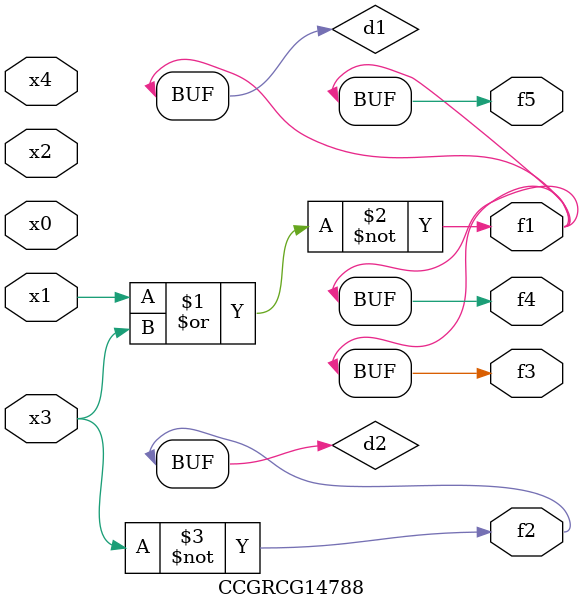
<source format=v>
module CCGRCG14788(
	input x0, x1, x2, x3, x4,
	output f1, f2, f3, f4, f5
);

	wire d1, d2;

	nor (d1, x1, x3);
	not (d2, x3);
	assign f1 = d1;
	assign f2 = d2;
	assign f3 = d1;
	assign f4 = d1;
	assign f5 = d1;
endmodule

</source>
